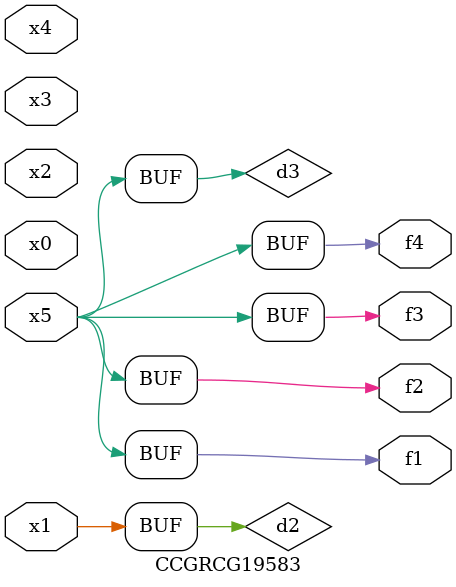
<source format=v>
module CCGRCG19583(
	input x0, x1, x2, x3, x4, x5,
	output f1, f2, f3, f4
);

	wire d1, d2, d3;

	not (d1, x5);
	or (d2, x1);
	xnor (d3, d1);
	assign f1 = d3;
	assign f2 = d3;
	assign f3 = d3;
	assign f4 = d3;
endmodule

</source>
